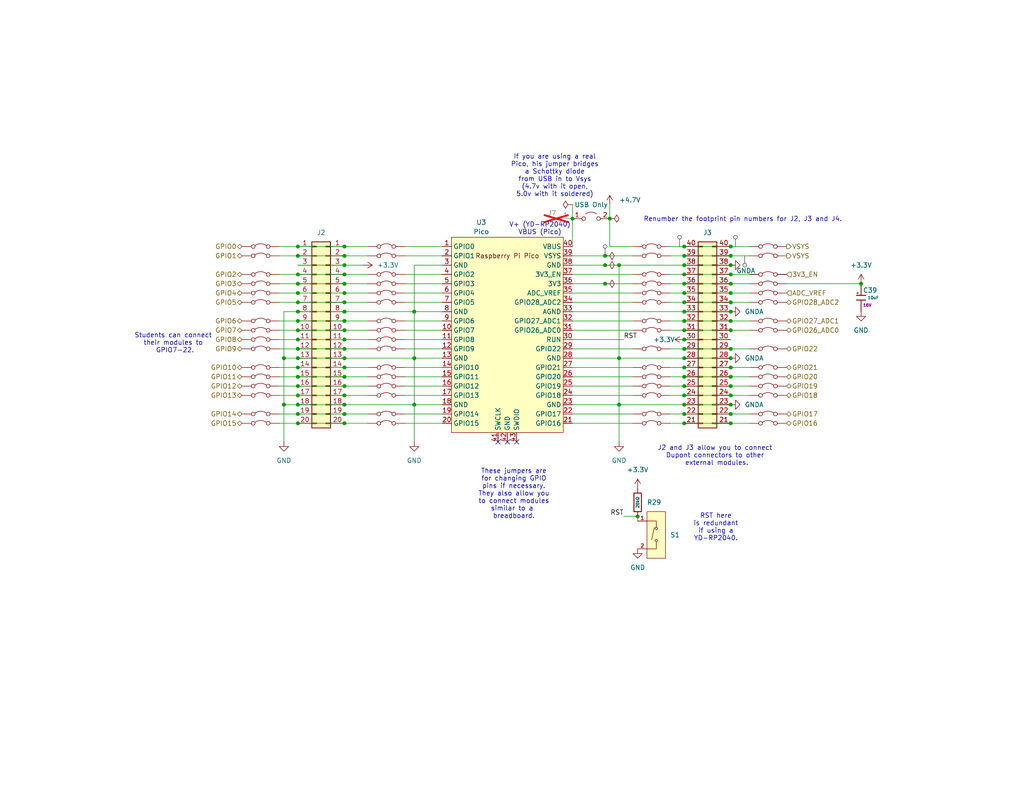
<source format=kicad_sch>
(kicad_sch (version 20250114) (generator "eeschema") (generator_version "9.0")
  (paper "USLetter")
  (text "J2 and J3 allow you to connect \nDupont connectors to other \nexternal modules." (at 195.58 124.46 0) (effects (font (size 1.27 1.27))))
  (text "Students can connect \ntheir modules to \nGPIO7-22." (at 47.752 93.726 0) (effects (font (size 1.27 1.27))))
  (text "RST here\nis redundant\nif using a\nYD-RP2040." (at 195.326 144.018 0) (effects (font (size 1.27 1.27))))
  (text "V+ (YD-RP2040)\nVBUS (Pico)" (at 147.32 62.484 0) (effects (font (size 1.27 1.27))))
  (text "If you are using a real\nPico, his jumper bridges\na Schottky diode\nfrom USB in to Vsys\n(4.7v with it open,\n5.0v with it soldered)" (at 151.384 48.006 0) (effects (font (size 1.27 1.27))))
  (text "These jumpers are\nfor changing GPIO\npins if necessary.\nThey also allow you\nto connect modules\nsimilar to a \nbreadboard." (at 140.208 134.874 0) (effects (font (size 1.27 1.27))))
  (text "Renumber the footprint pin numbers for J2, J3 and J4." (at 202.692 59.944 0) (effects (font (size 1.27 1.27))))
  (junction (at 186.69 110.49))
  (junction (at 186.69 92.71))
  (junction (at 81.28 92.71))
  (junction (at 186.69 105.41))
  (junction (at 93.98 67.31))
  (junction (at 81.28 113.03))
  (junction (at 165.1 69.85))
  (junction (at 81.28 100.33))
  (junction (at 93.98 105.41))
  (junction (at 168.91 72.39))
  (junction (at 93.98 92.71))
  (junction (at 93.98 69.85))
  (junction (at 186.69 97.79))
  (junction (at 165.1 72.39))
  (junction (at 113.03 85.09))
  (junction (at 168.91 110.49))
  (junction (at 186.69 95.25))
  (junction (at 81.28 90.17))
  (junction (at 199.39 74.93))
  (junction (at 199.39 72.39))
  (junction (at 186.69 74.93))
  (junction (at 199.39 107.95))
  (junction (at 81.28 69.85))
  (junction (at 93.98 85.09))
  (junction (at 81.28 67.31))
  (junction (at 199.39 105.41))
  (junction (at 199.39 102.87))
  (junction (at 81.28 77.47))
  (junction (at 93.98 77.47))
  (junction (at 186.69 85.09))
  (junction (at 81.28 102.87))
  (junction (at 186.69 107.95))
  (junction (at 113.03 97.79))
  (junction (at 81.28 74.93))
  (junction (at 93.98 82.55))
  (junction (at 186.69 115.57))
  (junction (at 199.39 82.55))
  (junction (at 199.39 110.49))
  (junction (at 186.69 90.17))
  (junction (at 186.69 87.63))
  (junction (at 93.98 74.93))
  (junction (at 81.28 115.57))
  (junction (at 93.98 100.33))
  (junction (at 93.98 107.95))
  (junction (at 81.28 105.41))
  (junction (at 199.39 113.03))
  (junction (at 165.1 77.47))
  (junction (at 93.98 97.79))
  (junction (at 93.98 72.39))
  (junction (at 156.21 59.69))
  (junction (at 234.95 77.47))
  (junction (at 199.39 90.17))
  (junction (at 199.39 69.85))
  (junction (at 81.28 97.79))
  (junction (at 81.28 107.95))
  (junction (at 199.39 95.25))
  (junction (at 81.28 95.25))
  (junction (at 168.91 97.79))
  (junction (at 93.98 95.25))
  (junction (at 81.28 110.49))
  (junction (at 199.39 77.47))
  (junction (at 186.69 80.01))
  (junction (at 81.28 82.55))
  (junction (at 199.39 115.57))
  (junction (at 199.39 80.01))
  (junction (at 199.39 85.09))
  (junction (at 166.37 59.69))
  (junction (at 77.47 110.49))
  (junction (at 186.69 67.31))
  (junction (at 199.39 67.31))
  (junction (at 93.98 113.03))
  (junction (at 113.03 110.49))
  (junction (at 199.39 97.79))
  (junction (at 186.69 102.87))
  (junction (at 186.69 69.85))
  (junction (at 77.47 97.79))
  (junction (at 81.28 85.09))
  (junction (at 186.69 77.47))
  (junction (at 173.99 140.97))
  (junction (at 186.69 72.39))
  (junction (at 93.98 87.63))
  (junction (at 186.69 100.33))
  (junction (at 186.69 82.55))
  (junction (at 93.98 102.87))
  (junction (at 93.98 115.57))
  (junction (at 199.39 100.33))
  (junction (at 199.39 87.63))
  (junction (at 81.28 80.01))
  (junction (at 93.98 80.01))
  (junction (at 186.69 113.03))
  (junction (at 81.28 87.63))
  (junction (at 93.98 90.17))
  (junction (at 93.98 110.49))
  (no_connect (at 140.97 120.65))
  (no_connect (at 138.43 120.65))
  (no_connect (at 135.89 120.65))
  (wire (pts (xy 110.49 100.33) (xy 120.65 100.33)))
  (wire (pts (xy 186.69 74.93) (xy 199.39 74.93)))
  (wire (pts (xy 186.69 77.47) (xy 199.39 77.47)))
  (wire (pts (xy 76.2 67.31) (xy 81.28 67.31)))
  (wire (pts (xy 156.21 102.87) (xy 172.72 102.87)))
  (wire (pts (xy 76.2 115.57) (xy 81.28 115.57)))
  (wire (pts (xy 156.21 59.69) (xy 156.21 67.31)))
  (wire (pts (xy 76.2 77.47) (xy 81.28 77.47)))
  (wire (pts (xy 199.39 107.95) (xy 204.47 107.95)))
  (wire (pts (xy 76.2 82.55) (xy 81.28 82.55)))
  (wire (pts (xy 168.91 72.39) (xy 168.91 97.79)))
  (wire (pts (xy 81.28 105.41) (xy 93.98 105.41)))
  (wire (pts (xy 199.39 113.03) (xy 204.47 113.03)))
  (wire (pts (xy 186.69 97.79) (xy 199.39 97.79)))
  (wire (pts (xy 186.69 102.87) (xy 199.39 102.87)))
  (wire (pts (xy 199.39 87.63) (xy 204.47 87.63)))
  (wire (pts (xy 93.98 92.71) (xy 100.33 92.71)))
  (wire (pts (xy 81.28 113.03) (xy 93.98 113.03)))
  (wire (pts (xy 166.37 59.69) (xy 166.37 67.31)))
  (wire (pts (xy 182.88 82.55) (xy 186.69 82.55)))
  (wire (pts (xy 186.69 67.31) (xy 199.39 67.31)))
  (wire (pts (xy 110.49 95.25) (xy 120.65 95.25)))
  (wire (pts (xy 110.49 113.03) (xy 120.65 113.03)))
  (wire (pts (xy 77.47 85.09) (xy 81.28 85.09)))
  (wire (pts (xy 156.21 105.41) (xy 172.72 105.41)))
  (wire (pts (xy 100.33 80.01) (xy 93.98 80.01)))
  (wire (pts (xy 186.69 85.09) (xy 199.39 85.09)))
  (wire (pts (xy 110.49 82.55) (xy 120.65 82.55)))
  (wire (pts (xy 77.47 110.49) (xy 77.47 120.65)))
  (wire (pts (xy 93.98 67.31) (xy 100.33 67.31)))
  (wire (pts (xy 182.88 77.47) (xy 186.69 77.47)))
  (wire (pts (xy 93.98 90.17) (xy 100.33 90.17)))
  (wire (pts (xy 199.39 102.87) (xy 204.47 102.87)))
  (wire (pts (xy 76.2 87.63) (xy 81.28 87.63)))
  (wire (pts (xy 186.69 95.25) (xy 199.39 95.25)))
  (wire (pts (xy 76.2 107.95) (xy 81.28 107.95)))
  (wire (pts (xy 93.98 77.47) (xy 100.33 77.47)))
  (wire (pts (xy 168.91 72.39) (xy 186.69 72.39)))
  (wire (pts (xy 113.03 110.49) (xy 120.65 110.49)))
  (wire (pts (xy 165.1 77.47) (xy 172.72 77.47)))
  (wire (pts (xy 93.98 115.57) (xy 100.33 115.57)))
  (wire (pts (xy 93.98 100.33) (xy 100.33 100.33)))
  (wire (pts (xy 156.21 100.33) (xy 172.72 100.33)))
  (wire (pts (xy 199.39 100.33) (xy 204.47 100.33)))
  (wire (pts (xy 199.39 67.31) (xy 204.47 67.31)))
  (wire (pts (xy 100.33 82.55) (xy 93.98 82.55)))
  (wire (pts (xy 93.98 87.63) (xy 100.33 87.63)))
  (wire (pts (xy 81.28 87.63) (xy 93.98 87.63)))
  (wire (pts (xy 93.98 113.03) (xy 100.33 113.03)))
  (wire (pts (xy 199.39 105.41) (xy 204.47 105.41)))
  (wire (pts (xy 76.2 74.93) (xy 81.28 74.93)))
  (wire (pts (xy 199.39 95.25) (xy 204.47 95.25)))
  (wire (pts (xy 170.18 140.97) (xy 173.99 140.97)))
  (wire (pts (xy 182.88 115.57) (xy 186.69 115.57)))
  (wire (pts (xy 76.2 105.41) (xy 81.28 105.41)))
  (wire (pts (xy 199.39 92.71) (xy 186.69 92.71)))
  (wire (pts (xy 156.21 97.79) (xy 168.91 97.79)))
  (wire (pts (xy 186.69 72.39) (xy 199.39 72.39)))
  (wire (pts (xy 182.88 90.17) (xy 186.69 90.17)))
  (wire (pts (xy 77.47 85.09) (xy 77.47 97.79)))
  (wire (pts (xy 77.47 97.79) (xy 81.28 97.79)))
  (wire (pts (xy 186.69 100.33) (xy 199.39 100.33)))
  (wire (pts (xy 199.39 82.55) (xy 204.47 82.55)))
  (wire (pts (xy 156.21 80.01) (xy 172.72 80.01)))
  (wire (pts (xy 76.2 69.85) (xy 81.28 69.85)))
  (wire (pts (xy 110.49 90.17) (xy 120.65 90.17)))
  (wire (pts (xy 156.21 69.85) (xy 165.1 69.85)))
  (wire (pts (xy 81.28 102.87) (xy 93.98 102.87)))
  (wire (pts (xy 76.2 90.17) (xy 81.28 90.17)))
  (wire (pts (xy 182.88 67.31) (xy 186.69 67.31)))
  (wire (pts (xy 156.21 74.93) (xy 172.72 74.93)))
  (wire (pts (xy 165.1 69.85) (xy 172.72 69.85)))
  (wire (pts (xy 81.28 77.47) (xy 93.98 77.47)))
  (wire (pts (xy 81.28 82.55) (xy 93.98 82.55)))
  (wire (pts (xy 93.98 95.25) (xy 100.33 95.25)))
  (wire (pts (xy 156.21 87.63) (xy 172.72 87.63)))
  (wire (pts (xy 186.69 69.85) (xy 199.39 69.85)))
  (wire (pts (xy 156.21 92.71) (xy 170.18 92.71)))
  (wire (pts (xy 93.98 102.87) (xy 100.33 102.87)))
  (wire (pts (xy 168.91 97.79) (xy 186.69 97.79)))
  (wire (pts (xy 76.2 80.01) (xy 81.28 80.01)))
  (wire (pts (xy 81.28 67.31) (xy 93.98 67.31)))
  (wire (pts (xy 172.72 67.31) (xy 166.37 67.31)))
  (wire (pts (xy 93.98 69.85) (xy 100.33 69.85)))
  (wire (pts (xy 186.69 80.01) (xy 199.39 80.01)))
  (wire (pts (xy 110.49 115.57) (xy 120.65 115.57)))
  (wire (pts (xy 156.21 85.09) (xy 186.69 85.09)))
  (wire (pts (xy 81.28 110.49) (xy 93.98 110.49)))
  (wire (pts (xy 156.21 90.17) (xy 172.72 90.17)))
  (wire (pts (xy 186.69 82.55) (xy 199.39 82.55)))
  (wire (pts (xy 186.69 105.41) (xy 199.39 105.41)))
  (wire (pts (xy 199.39 80.01) (xy 204.47 80.01)))
  (wire (pts (xy 110.49 107.95) (xy 120.65 107.95)))
  (wire (pts (xy 77.47 110.49) (xy 81.28 110.49)))
  (wire (pts (xy 81.28 92.71) (xy 93.98 92.71)))
  (wire (pts (xy 156.21 82.55) (xy 172.72 82.55)))
  (wire (pts (xy 81.28 80.01) (xy 93.98 80.01)))
  (wire (pts (xy 113.03 97.79) (xy 113.03 110.49)))
  (wire (pts (xy 76.2 100.33) (xy 81.28 100.33)))
  (wire (pts (xy 156.21 107.95) (xy 172.72 107.95)))
  (wire (pts (xy 93.98 110.49) (xy 113.03 110.49)))
  (wire (pts (xy 93.98 105.41) (xy 100.33 105.41)))
  (wire (pts (xy 199.39 74.93) (xy 204.47 74.93)))
  (wire (pts (xy 156.21 115.57) (xy 172.72 115.57)))
  (wire (pts (xy 93.98 74.93) (xy 100.33 74.93)))
  (wire (pts (xy 93.98 72.39) (xy 99.06 72.39)))
  (wire (pts (xy 186.69 107.95) (xy 199.39 107.95)))
  (wire (pts (xy 81.28 95.25) (xy 93.98 95.25)))
  (wire (pts (xy 113.03 85.09) (xy 113.03 97.79)))
  (wire (pts (xy 186.69 115.57) (xy 199.39 115.57)))
  (wire (pts (xy 173.99 140.97) (xy 173.99 142.24)))
  (wire (pts (xy 113.03 85.09) (xy 120.65 85.09)))
  (wire (pts (xy 156.21 110.49) (xy 168.91 110.49)))
  (wire (pts (xy 199.39 69.85) (xy 204.47 69.85)))
  (wire (pts (xy 77.47 97.79) (xy 77.47 110.49)))
  (wire (pts (xy 110.49 102.87) (xy 120.65 102.87)))
  (wire (pts (xy 182.88 69.85) (xy 186.69 69.85)))
  (wire (pts (xy 234.95 77.47) (xy 214.63 77.47)))
  (wire (pts (xy 199.39 115.57) (xy 204.47 115.57)))
  (wire (pts (xy 182.88 100.33) (xy 186.69 100.33)))
  (wire (pts (xy 110.49 69.85) (xy 120.65 69.85)))
  (wire (pts (xy 93.98 107.95) (xy 100.33 107.95)))
  (wire (pts (xy 186.69 90.17) (xy 199.39 90.17)))
  (wire (pts (xy 168.91 97.79) (xy 168.91 110.49)))
  (wire (pts (xy 81.28 97.79) (xy 93.98 97.79)))
  (wire (pts (xy 186.69 110.49) (xy 199.39 110.49)))
  (wire (pts (xy 182.88 80.01) (xy 186.69 80.01)))
  (wire (pts (xy 113.03 72.39) (xy 120.65 72.39)))
  (wire (pts (xy 182.88 113.03) (xy 186.69 113.03)))
  (wire (pts (xy 182.88 74.93) (xy 186.69 74.93)))
  (wire (pts (xy 81.28 90.17) (xy 93.98 90.17)))
  (wire (pts (xy 168.91 110.49) (xy 168.91 120.65)))
  (wire (pts (xy 156.21 55.88) (xy 156.21 59.69)))
  (wire (pts (xy 76.2 92.71) (xy 81.28 92.71)))
  (wire (pts (xy 110.49 105.41) (xy 120.65 105.41)))
  (wire (pts (xy 76.2 102.87) (xy 81.28 102.87)))
  (wire (pts (xy 93.98 85.09) (xy 113.03 85.09)))
  (wire (pts (xy 81.28 72.39) (xy 93.98 72.39)))
  (wire (pts (xy 110.49 92.71) (xy 120.65 92.71)))
  (wire (pts (xy 182.88 102.87) (xy 186.69 102.87)))
  (wire (pts (xy 113.03 97.79) (xy 120.65 97.79)))
  (wire (pts (xy 81.28 74.93) (xy 93.98 74.93)))
  (wire (pts (xy 186.69 87.63) (xy 199.39 87.63)))
  (wire (pts (xy 110.49 80.01) (xy 120.65 80.01)))
  (wire (pts (xy 182.88 105.41) (xy 186.69 105.41)))
  (wire (pts (xy 110.49 87.63) (xy 120.65 87.63)))
  (wire (pts (xy 81.28 85.09) (xy 93.98 85.09)))
  (wire (pts (xy 156.21 95.25) (xy 172.72 95.25)))
  (wire (pts (xy 93.98 97.79) (xy 113.03 97.79)))
  (wire (pts (xy 110.49 77.47) (xy 120.65 77.47)))
  (wire (pts (xy 76.2 113.03) (xy 81.28 113.03)))
  (wire (pts (xy 168.91 110.49) (xy 186.69 110.49)))
  (wire (pts (xy 113.03 110.49) (xy 113.03 120.65)))
  (wire (pts (xy 81.28 100.33) (xy 93.98 100.33)))
  (wire (pts (xy 199.39 90.17) (xy 204.47 90.17)))
  (wire (pts (xy 166.37 55.88) (xy 166.37 59.69)))
  (wire (pts (xy 81.28 107.95) (xy 93.98 107.95)))
  (wire (pts (xy 81.28 69.85) (xy 93.98 69.85)))
  (wire (pts (xy 113.03 72.39) (xy 113.03 85.09)))
  (wire (pts (xy 156.21 72.39) (xy 165.1 72.39)))
  (wire (pts (xy 182.88 87.63) (xy 186.69 87.63)))
  (wire (pts (xy 186.69 113.03) (xy 199.39 113.03)))
  (wire (pts (xy 110.49 74.93) (xy 120.65 74.93)))
  (wire (pts (xy 76.2 95.25) (xy 81.28 95.25)))
  (wire (pts (xy 156.21 77.47) (xy 165.1 77.47)))
  (wire (pts (xy 81.28 115.57) (xy 93.98 115.57)))
  (wire (pts (xy 110.49 67.31) (xy 120.65 67.31)))
  (wire (pts (xy 199.39 77.47) (xy 204.47 77.47)))
  (wire (pts (xy 156.21 113.03) (xy 172.72 113.03)))
  (wire (pts (xy 182.88 107.95) (xy 186.69 107.95)))
  (wire (pts (xy 182.88 95.25) (xy 186.69 95.25)))
  (wire (pts (xy 165.1 72.39) (xy 168.91 72.39)))
  (label "RST" (at 170.18 92.71 0))
  (label "RST" (at 170.18 140.97 180))
  (hierarchical_label "GPIO21" (shape bidirectional) (at 214.63 100.33 0))
  (hierarchical_label "GPIO4" (shape bidirectional) (at 66.04 80.01 180))
  (hierarchical_label "GPIO18" (shape bidirectional) (at 214.63 107.95 0))
  (hierarchical_label "GPIO22" (shape bidirectional) (at 214.63 95.25 0))
  (hierarchical_label "GPIO28_ADC2" (shape bidirectional) (at 214.63 82.55 0))
  (hierarchical_label "VSYS" (shape output) (at 214.63 69.85 0))
  (hierarchical_label "GPIO1" (shape bidirectional) (at 66.04 69.85 180))
  (hierarchical_label "GPIO6" (shape bidirectional) (at 66.04 87.63 180))
  (hierarchical_label "GPIO12" (shape bidirectional) (at 66.04 105.41 180))
  (hierarchical_label "GPIO10" (shape bidirectional) (at 66.04 100.33 180))
  (hierarchical_label "GPIO17" (shape bidirectional) (at 214.63 113.03 0))
  (hierarchical_label "GPIO11" (shape bidirectional) (at 66.04 102.87 180))
  (hierarchical_label "GPIO16" (shape bidirectional) (at 214.63 115.57 0))
  (hierarchical_label "GPIO8" (shape bidirectional) (at 66.04 92.71 180))
  (hierarchical_label "GPIO20" (shape bidirectional) (at 214.63 102.87 0))
  (hierarchical_label "GPIO9" (shape bidirectional) (at 66.04 95.25 180))
  (hierarchical_label "VSYS" (shape output) (at 214.63 67.31 0))
  (hierarchical_label "GPIO15" (shape bidirectional) (at 66.04 115.57 180))
  (hierarchical_label "GPIO2" (shape bidirectional) (at 66.04 74.93 180))
  (hierarchical_label "GPIO13" (shape bidirectional) (at 66.04 107.95 180))
  (hierarchical_label "ADC_VREF" (shape input) (at 214.63 80.01 0))
  (hierarchical_label "GPIO27_ADC1" (shape bidirectional) (at 214.63 87.63 0))
  (hierarchical_label "GPIO3" (shape bidirectional) (at 66.04 77.47 180))
  (hierarchical_label "GPIO7" (shape bidirectional) (at 66.04 90.17 180))
  (hierarchical_label "GPIO19" (shape bidirectional) (at 214.63 105.41 0))
  (hierarchical_label "GPIO14" (shape bidirectional) (at 66.04 113.03 180))
  (hierarchical_label "GPIO5" (shape bidirectional) (at 66.04 82.55 180))
  (hierarchical_label "GPIO0" (shape bidirectional) (at 66.04 67.31 180))
  (hierarchical_label "3V3_EN" (shape input) (at 214.63 74.93 0))
  (hierarchical_label "GPIO26_ADC0" (shape bidirectional) (at 214.63 90.17 0))
  (netclass_flag "" (length 2.54) (shape round) (at 185.42 67.31 0) (property "Netclass" "5V" (effects (hide yes))))
  (netclass_flag "" (length 2.54) (shape round) (at 165.1 69.85 0) (property "Netclass" "5V" (effects (hide yes))))
  (netclass_flag "" (length 2.54) (shape round) (at 200.66 67.31 0) (property "Netclass" "5V" (effects (hide yes))))
  (netclass_flag "" (length 2.54) (shape round) (at 203.2 69.85 180) (property "Netclass" "5V" (effects (hide yes))))
  (symbol (lib_id "PCM_JLCPCB-Connectors_Buttons:Tactile Button, 160gf, 12V, 50mA, 4.0mm") (at 179.07 144.78 0) (unit 1)
    (property "Reference" "S1" (at 182.88 146.0499 0) (effects (justify left)))
    (property "Value" "Tactile Button, 160gf" (effects (hide yes)))
    (property "Footprint" "PCM_JLCPCB:SW_TS-1088-AR02016" (effects (hide yes)))
    (property "Datasheet" "https://www.lcsc.com/datasheet/lcsc_datasheet_2304140030_XUNPU-TS-1088-AR02016_C720477.pdf" (effects (hide yes)))
    (property "Description" "Without 50mA 4mm 100MΩ 100000 Times 12V 160gf 3mm 2mm Round Button Standing paste SPST SMD Tactile Switches ROHS" (effects (hide yes)))
    (property "LCSC" "C720477" (effects (hide yes)))
    (property "Stock" "346801" (effects (hide yes)))
    (property "Price" "0.044USD" (effects (hide yes)))
    (property "Process" "SMT" (effects (hide yes)))
    (property "Minimum Qty" "5" (effects (hide yes)))
    (property "Attrition Qty" "4" (effects (hide yes)))
    (property "Class" "Basic Component" (effects (hide yes)))
    (property "Category" "Switches,Tactile Switches" (effects (hide yes)))
    (property "Manufacturer" "XUNPU" (effects (hide yes)))
    (property "Part" "TS-1088-AR02016" (effects (hide yes)))
    (property "Switch Length" "4mm" (effects (hide yes)))
    (property "Voltage Rating (Dc)" "12V" (effects (hide yes)))
    (property "With Lamp" "No" (effects (hide yes)))
    (property "Operating Force" "160gf@±50gf" (effects (hide yes)))
    (property "Actuator/Cap Color" "Black" (effects (hide yes)))
    (property "Mechanical Life" "100000 Times" (effects (hide yes)))
    (property "Strike Gundam" "NO" (effects (hide yes)))
    (property "Circuit" "SPST" (effects (hide yes)))
    (property "Switch Height" "2mm" (effects (hide yes)))
    (property "Actuator Style" "Round Button" (effects (hide yes)))
    (property "Switch Width" "3mm" (effects (hide yes)))
    (property "Contact Current" "50mA" (effects (hide yes)))
    (property "Operating Temperature" "-30°C~+80°C" (effects (hide yes)))
    (property "Mounting Style" "Brick nogging" (effects (hide yes)))
    (property "Insulation Resistance" "100MΩ" (effects (hide yes)))
    (property "Pin Style" "SMDSplicing" (effects (hide yes)))
  )
  (symbol (lib_id "Jumper:Jumper_2_Bridged") (at 209.55 80.01 0) (mirror y) (unit 1) (exclude_from_sim yes)
    (property "Reference" "JP24" (effects (hide yes)))
    (property "Value" "Jumper_2_Bridged" (effects (hide yes)))
    (property "Footprint" "Jumper:SolderJumper-2_P1.3mm_Bridged2Bar_RoundedPad1.0x1.5mm" (effects (hide yes)))
    (property "Description" "Jumper, 2-pole, closed/bridged" (effects (hide yes)))
  )
  (symbol (lib_id "Jumper:Jumper_2_Bridged") (at 105.41 67.31 0) (mirror y) (unit 1) (exclude_from_sim yes)
    (property "Reference" "JP51" (effects (hide yes)))
    (property "Value" "Jumper_2_Bridged" (effects (hide yes)))
    (property "Footprint" "Jumper:SolderJumper-2_P1.3mm_Bridged2Bar_RoundedPad1.0x1.5mm" (effects (hide yes)))
    (property "Description" "Jumper, 2-pole, closed/bridged" (effects (hide yes)))
  )
  (symbol (lib_id "power:GNDA") (at 199.39 85.09 90) (mirror x) (unit 1)
    (property "Reference" "#PWR026" (effects (hide yes)))
    (property "Value" "GNDA" (at 203.2 85.0899 90) (effects (justify right)))
  )
  (symbol (lib_id "Jumper:Jumper_2_Bridged") (at 105.41 77.47 0) (mirror y) (unit 1) (exclude_from_sim yes)
    (property "Reference" "JP54" (effects (hide yes)))
    (property "Value" "Jumper_2_Bridged" (effects (hide yes)))
    (property "Footprint" "Jumper:SolderJumper-2_P1.3mm_Bridged2Bar_RoundedPad1.0x1.5mm" (effects (hide yes)))
    (property "Description" "Jumper, 2-pole, closed/bridged" (effects (hide yes)))
  )
  (symbol (lib_id "Jumper:Jumper_2_Bridged") (at 105.41 105.41 0) (mirror y) (unit 1) (exclude_from_sim yes)
    (property "Reference" "JP63" (effects (hide yes)))
    (property "Value" "Jumper_2_Bridged" (effects (hide yes)))
    (property "Footprint" "Jumper:SolderJumper-2_P1.3mm_Bridged2Bar_RoundedPad1.0x1.5mm" (effects (hide yes)))
    (property "Description" "Jumper, 2-pole, closed/bridged" (effects (hide yes)))
  )
  (symbol (lib_id "Jumper:Jumper_2_Bridged") (at 209.55 115.57 0) (mirror y) (unit 1) (exclude_from_sim yes)
    (property "Reference" "JP34" (effects (hide yes)))
    (property "Value" "Jumper_2_Bridged" (effects (hide yes)))
    (property "Footprint" "Jumper:SolderJumper-2_P1.3mm_Bridged2Bar_RoundedPad1.0x1.5mm" (effects (hide yes)))
    (property "Description" "Jumper, 2-pole, closed/bridged" (effects (hide yes)))
  )
  (symbol (lib_name "+3.3V_1") (lib_id "power:+3.3V") (at 173.99 133.35 0) (mirror y) (unit 1)
    (property "Reference" "#PWR076" (effects (hide yes)))
    (property "Value" "+3.3V" (at 173.99 128.27 0))
    (property "Description" "Power symbol creates a global label with name \"+3.3V\"" (effects (hide yes)))
  )
  (symbol (lib_id "power:+5V") (at 166.37 55.88 0) (unit 1)
    (property "Reference" "#PWR029" (effects (hide yes)))
    (property "Value" "+4.7V" (at 168.91 54.6099 0) (effects (justify left)))
  )
  (symbol (lib_id "Jumper:Jumper_2_Bridged") (at 71.12 95.25 0) (mirror y) (unit 1) (exclude_from_sim yes)
    (property "Reference" "JP77" (effects (hide yes)))
    (property "Value" "Jumper_2_Bridged" (effects (hide yes)))
    (property "Footprint" "Jumper:SolderJumper-2_P1.3mm_Bridged2Bar_RoundedPad1.0x1.5mm" (effects (hide yes)))
    (property "Description" "Jumper, 2-pole, closed/bridged" (effects (hide yes)))
  )
  (symbol (lib_id "Jumper:Jumper_2_Bridged") (at 71.12 102.87 0) (mirror y) (unit 1) (exclude_from_sim yes)
    (property "Reference" "JP79" (effects (hide yes)))
    (property "Value" "Jumper_2_Bridged" (effects (hide yes)))
    (property "Footprint" "Jumper:SolderJumper-2_P1.3mm_Bridged2Bar_RoundedPad1.0x1.5mm" (effects (hide yes)))
    (property "Description" "Jumper, 2-pole, closed/bridged" (effects (hide yes)))
  )
  (symbol (lib_id "Jumper:Jumper_2_Bridged") (at 177.8 115.57 0) (mirror y) (unit 1) (exclude_from_sim yes)
    (property "Reference" "JP49" (effects (hide yes)))
    (property "Value" "Jumper_2_Bridged" (effects (hide yes)))
    (property "Footprint" "Jumper:SolderJumper-2_P1.3mm_Bridged2Bar_RoundedPad1.0x1.5mm" (effects (hide yes)))
    (property "Description" "Jumper, 2-pole, closed/bridged" (effects (hide yes)))
  )
  (symbol (lib_id "Jumper:Jumper_2_Bridged") (at 105.41 113.03 0) (mirror y) (unit 1) (exclude_from_sim yes)
    (property "Reference" "JP65" (effects (hide yes)))
    (property "Value" "Jumper_2_Bridged" (effects (hide yes)))
    (property "Footprint" "Jumper:SolderJumper-2_P1.3mm_Bridged2Bar_RoundedPad1.0x1.5mm" (effects (hide yes)))
    (property "Description" "Jumper, 2-pole, closed/bridged" (effects (hide yes)))
  )
  (symbol (lib_id "power:GNDA") (at 199.39 97.79 90) (mirror x) (unit 1)
    (property "Reference" "#PWR0120" (effects (hide yes)))
    (property "Value" "GNDA" (at 203.2 97.7899 90) (effects (justify right)))
  )
  (symbol (lib_id "power:PWR_FLAG") (at 165.1 72.39 270) (mirror x) (unit 1)
    (property "Reference" "#FLG09" (effects (hide yes)))
    (property "Value" "PWR_FLAG" (effects (hide yes)))
  )
  (symbol (lib_id "Jumper:Jumper_2_Bridged") (at 177.8 90.17 0) (mirror y) (unit 1) (exclude_from_sim yes)
    (property "Reference" "JP42" (effects (hide yes)))
    (property "Value" "Jumper_2_Bridged" (effects (hide yes)))
    (property "Footprint" "Jumper:SolderJumper-2_P1.3mm_Bridged2Bar_RoundedPad1.0x1.5mm" (effects (hide yes)))
    (property "Description" "Jumper, 2-pole, closed/bridged" (effects (hide yes)))
  )
  (symbol (lib_id "Jumper:Jumper_2_Bridged") (at 209.55 95.25 0) (mirror y) (unit 1) (exclude_from_sim yes)
    (property "Reference" "JP28" (effects (hide yes)))
    (property "Value" "Jumper_2_Bridged" (effects (hide yes)))
    (property "Footprint" "Jumper:SolderJumper-2_P1.3mm_Bridged2Bar_RoundedPad1.0x1.5mm" (effects (hide yes)))
    (property "Description" "Jumper, 2-pole, closed/bridged" (effects (hide yes)))
  )
  (symbol (lib_id "MCU_RaspberryPi_and_Boards:Pico") (at 138.43 91.44 0) (unit 1)
    (property "Reference" "U3" (at 131.318 60.706 0))
    (property "Value" "Pico" (at 131.318 63.246 0))
    (property "Footprint" "MCU_RaspberryPi_and_Boards:RPi_Pico_SMD_TH" (effects (hide yes)))
    (property "Datasheet" "https://github.com/initdc/YD-RP2040/blob/master/YD-2040-2022-V1.1-SCH.pdf" (effects (hide yes)))
  )
  (symbol (lib_id "Jumper:Jumper_2_Open") (at 161.29 59.69 0) (unit 1)
    (property "Reference" "JP50" (effects (hide yes)))
    (property "Value" "USB Only" (at 161.29 55.88 0))
    (property "Footprint" "Jumper:SolderJumper-2_P1.3mm_Open_RoundedPad1.0x1.5mm" (effects (hide yes)))
  )
  (symbol (lib_id "power:+3.3V") (at 99.06 72.39 270) (mirror x) (unit 1)
    (property "Reference" "#PWR032" (effects (hide yes)))
    (property "Value" "+3.3V" (at 102.87 72.3899 90) (effects (justify left)))
  )
  (symbol (lib_id "Jumper:Jumper_2_Bridged") (at 105.41 90.17 0) (mirror y) (unit 1) (exclude_from_sim yes)
    (property "Reference" "JP58" (effects (hide yes)))
    (property "Value" "Jumper_2_Bridged" (effects (hide yes)))
    (property "Footprint" "Jumper:SolderJumper-2_P1.3mm_Bridged2Bar_RoundedPad1.0x1.5mm" (effects (hide yes)))
    (property "Description" "Jumper, 2-pole, closed/bridged" (effects (hide yes)))
  )
  (symbol (lib_id "Jumper:Jumper_2_Bridged") (at 177.8 100.33 0) (mirror y) (unit 1) (exclude_from_sim yes)
    (property "Reference" "JP44" (effects (hide yes)))
    (property "Value" "Jumper_2_Bridged" (effects (hide yes)))
    (property "Footprint" "Jumper:SolderJumper-2_P1.3mm_Bridged2Bar_RoundedPad1.0x1.5mm" (effects (hide yes)))
    (property "Description" "Jumper, 2-pole, closed/bridged" (effects (hide yes)))
  )
  (symbol (lib_id "power:PWR_FLAG") (at 166.37 59.69 270) (mirror x) (unit 1)
    (property "Reference" "#FLG07" (effects (hide yes)))
    (property "Value" "PWR_FLAG" (effects (hide yes)))
  )
  (symbol (lib_id "power:PWR_FLAG") (at 156.21 55.88 90) (mirror x) (unit 1)
    (property "Reference" "#FLG01" (effects (hide yes)))
    (property "Value" "PWR_FLAG" (effects (hide yes)))
  )
  (symbol (lib_id "power:GND") (at 77.47 120.65 0) (mirror y) (unit 1)
    (property "Reference" "#PWR054" (effects (hide yes)))
    (property "Value" "GND" (at 77.47 125.73 0))
    (property "Description" "Power symbol creates a global label with name \"GND\" , ground" (effects (hide yes)))
  )
  (symbol (lib_id "Jumper:Jumper_2_Bridged") (at 177.8 107.95 0) (mirror y) (unit 1) (exclude_from_sim yes)
    (property "Reference" "JP47" (effects (hide yes)))
    (property "Value" "Jumper_2_Bridged" (effects (hide yes)))
    (property "Footprint" "Jumper:SolderJumper-2_P1.3mm_Bridged2Bar_RoundedPad1.0x1.5mm" (effects (hide yes)))
    (property "Description" "Jumper, 2-pole, closed/bridged" (effects (hide yes)))
  )
  (symbol (lib_id "Jumper:Jumper_2_Bridged") (at 177.8 77.47 0) (mirror y) (unit 1) (exclude_from_sim yes)
    (property "Reference" "JP38" (effects (hide yes)))
    (property "Value" "Jumper_2_Bridged" (effects (hide yes)))
    (property "Footprint" "Jumper:SolderJumper-2_P1.3mm_Bridged2Bar_RoundedPad1.0x1.5mm" (effects (hide yes)))
    (property "Description" "Jumper, 2-pole, closed/bridged" (effects (hide yes)))
  )
  (symbol (lib_name "+3.3V_1") (lib_id "power:+3.3V") (at 234.95 77.47 0) (mirror y) (unit 1)
    (property "Reference" "#PWR025" (effects (hide yes)))
    (property "Value" "+3.3V" (at 234.95 72.39 0))
    (property "Description" "Power symbol creates a global label with name \"+3.3V\"" (effects (hide yes)))
  )
  (symbol (lib_id "Jumper:Jumper_2_Bridged") (at 177.8 69.85 0) (mirror y) (unit 1) (exclude_from_sim yes)
    (property "Reference" "JP36" (effects (hide yes)))
    (property "Value" "Jumper_2_Bridged" (effects (hide yes)))
    (property "Footprint" "Jumper:SolderJumper-2_P1.3mm_Bridged2Bar_RoundedPad1.0x1.5mm" (effects (hide yes)))
    (property "Description" "Jumper, 2-pole, closed/bridged" (effects (hide yes)))
  )
  (symbol (lib_id "Jumper:Jumper_2_Bridged") (at 209.55 113.03 0) (mirror y) (unit 1) (exclude_from_sim yes)
    (property "Reference" "JP33" (effects (hide yes)))
    (property "Value" "Jumper_2_Bridged" (effects (hide yes)))
    (property "Footprint" "Jumper:SolderJumper-2_P1.3mm_Bridged2Bar_RoundedPad1.0x1.5mm" (effects (hide yes)))
    (property "Description" "Jumper, 2-pole, closed/bridged" (effects (hide yes)))
  )
  (symbol (lib_id "Jumper:Jumper_2_Bridged") (at 71.12 87.63 0) (mirror y) (unit 1) (exclude_from_sim yes)
    (property "Reference" "JP74" (effects (hide yes)))
    (property "Value" "Jumper_2_Bridged" (effects (hide yes)))
    (property "Footprint" "Jumper:SolderJumper-2_P1.3mm_Bridged2Bar_RoundedPad1.0x1.5mm" (effects (hide yes)))
    (property "Description" "Jumper, 2-pole, closed/bridged" (effects (hide yes)))
  )
  (symbol (lib_id "Jumper:Jumper_2_Bridged") (at 71.12 115.57 0) (mirror y) (unit 1) (exclude_from_sim yes)
    (property "Reference" "JP83" (effects (hide yes)))
    (property "Value" "Jumper_2_Bridged" (effects (hide yes)))
    (property "Footprint" "Jumper:SolderJumper-2_P1.3mm_Bridged2Bar_RoundedPad1.0x1.5mm" (effects (hide yes)))
    (property "Description" "Jumper, 2-pole, closed/bridged" (effects (hide yes)))
  )
  (symbol (lib_id "power:GNDA") (at 199.39 72.39 90) (mirror x) (unit 1)
    (property "Reference" "#PWR0122" (effects (hide yes)))
    (property "Value" "GNDA" (at 200.914 73.914 90) (effects (justify right)))
  )
  (symbol (lib_id "power:GNDA") (at 199.39 110.49 90) (mirror x) (unit 1)
    (property "Reference" "#PWR0121" (effects (hide yes)))
    (property "Value" "GNDA" (at 203.2 110.4899 90) (effects (justify right)))
  )
  (symbol (lib_id "Jumper:Jumper_2_Bridged") (at 71.12 80.01 0) (mirror y) (unit 1) (exclude_from_sim yes)
    (property "Reference" "JP72" (effects (hide yes)))
    (property "Value" "Jumper_2_Bridged" (effects (hide yes)))
    (property "Footprint" "Jumper:SolderJumper-2_P1.3mm_Bridged2Bar_RoundedPad1.0x1.5mm" (effects (hide yes)))
    (property "Description" "Jumper, 2-pole, closed/bridged" (effects (hide yes)))
  )
  (symbol (lib_id "power:GND") (at 113.03 120.65 0) (mirror y) (unit 1)
    (property "Reference" "#PWR031" (effects (hide yes)))
    (property "Value" "GND" (at 113.03 125.73 0))
    (property "Description" "Power symbol creates a global label with name \"GND\" , ground" (effects (hide yes)))
  )
  (symbol (lib_id "Jumper:Jumper_2_Bridged") (at 209.55 87.63 0) (mirror y) (unit 1) (exclude_from_sim yes)
    (property "Reference" "JP26" (effects (hide yes)))
    (property "Value" "Jumper_2_Bridged" (effects (hide yes)))
    (property "Footprint" "Jumper:SolderJumper-2_P1.3mm_Bridged2Bar_RoundedPad1.0x1.5mm" (effects (hide yes)))
    (property "Description" "Jumper, 2-pole, closed/bridged" (effects (hide yes)))
  )
  (symbol (lib_id "Jumper:Jumper_2_Bridged") (at 71.12 74.93 0) (mirror y) (unit 1) (exclude_from_sim yes)
    (property "Reference" "JP70" (effects (hide yes)))
    (property "Value" "Jumper_2_Bridged" (effects (hide yes)))
    (property "Footprint" "Jumper:SolderJumper-2_P1.3mm_Bridged2Bar_RoundedPad1.0x1.5mm" (effects (hide yes)))
    (property "Description" "Jumper, 2-pole, closed/bridged" (effects (hide yes)))
  )
  (symbol (lib_id "Jumper:Jumper_2_Bridged") (at 105.41 115.57 0) (mirror y) (unit 1) (exclude_from_sim yes)
    (property "Reference" "JP66" (effects (hide yes)))
    (property "Value" "Jumper_2_Bridged" (effects (hide yes)))
    (property "Footprint" "Jumper:SolderJumper-2_P1.3mm_Bridged2Bar_RoundedPad1.0x1.5mm" (effects (hide yes)))
    (property "Description" "Jumper, 2-pole, closed/bridged" (effects (hide yes)))
  )
  (symbol (lib_id "Jumper:Jumper_2_Bridged") (at 209.55 74.93 0) (mirror y) (unit 1) (exclude_from_sim yes)
    (property "Reference" "JP22" (effects (hide yes)))
    (property "Value" "Jumper_2_Bridged" (effects (hide yes)))
    (property "Footprint" "Jumper:SolderJumper-2_P1.3mm_Bridged2Bar_RoundedPad1.0x1.5mm" (effects (hide yes)))
    (property "Description" "Jumper, 2-pole, closed/bridged" (effects (hide yes)))
  )
  (symbol (lib_id "Connector:Conn_01x01_Pin") (at 151.13 59.69 0) (unit 1) (dnp yes)
    (property "Reference" "J7" (at 150.622 58.166 0))
    (property "Value" "Conn_01x01_Pin" (effects (hide yes)))
    (property "Footprint" "Connector_PinHeader_2.54mm:PinHeader_1x01_P2.54mm_Vertical" (effects (hide yes)))
    (property "Description" "Generic connector, single row, 01x01, script generated" (effects (hide yes)))
  )
  (symbol (lib_id "PCM_JLCPCB-Capacitors:CASE-A-3216-18(mm),10uF") (at 234.95 81.28 0) (unit 1)
    (property "Reference" "C39" (at 235.458 79.248 0) (effects (justify left)))
    (property "Value" "10uF" (at 236.728 81.28 0) (effects (font (size 0.8 0.8)) (justify left)))
    (property "Footprint" "PCM_JLCPCB:C_CASE-A-3216-18(mm)" (effects (hide yes)))
    (property "Datasheet" "https://www.lcsc.com/datasheet/lcsc_datasheet_2304140030_Kyocera-AVX-TAJA106K016RNJ_C7171.pdf" (effects (hide yes)))
    (property "Description" "10uF 16V 3Ω@100kHz ±10% CASE-A-3216-18(mm) Tantalum Capacitors ROHS" (effects (hide yes)))
    (property "LCSC" "C7171" (effects (hide yes)))
    (property "Stock" "887054" (effects (hide yes)))
    (property "Price" "0.133USD" (effects (hide yes)))
    (property "Process" "SMT" (effects (hide yes)))
    (property "Minimum Qty" "5" (effects (hide yes)))
    (property "Attrition Qty" "2" (effects (hide yes)))
    (property "Class" "Basic Component" (effects (hide yes)))
    (property "Category" "Capacitors,Tantalum Capacitors" (effects (hide yes)))
    (property "Manufacturer" "AVX" (effects (hide yes)))
    (property "Part" "TAJA106K016RNJ" (effects (hide yes)))
    (property "Operating Temperature" "-55°C~+125°C" (effects (hide yes)))
    (property "Equivalent Series Resistance(ESR)" "3Ω@100kHz" (effects (hide yes)))
    (property "Tolerance" "±10%" (effects (hide yes)))
    (property "Capacitance" "10uF" (effects (hide yes)))
    (property "Rated Voltage" "16V" (at 235.458 83.312 0) (effects (font (size 0.8 0.8)) (justify left)))
  )
  (symbol (lib_id "Jumper:Jumper_2_Bridged") (at 105.41 102.87 0) (mirror y) (unit 1) (exclude_from_sim yes)
    (property "Reference" "JP62" (effects (hide yes)))
    (property "Value" "Jumper_2_Bridged" (effects (hide yes)))
    (property "Footprint" "Jumper:SolderJumper-2_P1.3mm_Bridged2Bar_RoundedPad1.0x1.5mm" (effects (hide yes)))
    (property "Description" "Jumper, 2-pole, closed/bridged" (effects (hide yes)))
  )
  (symbol (lib_id "power:PWR_FLAG") (at 165.1 77.47 270) (mirror x) (unit 1)
    (property "Reference" "#FLG010" (effects (hide yes)))
    (property "Value" "PWR_FLAG" (effects (hide yes)))
  )
  (symbol (lib_id "Jumper:Jumper_2_Bridged") (at 71.12 82.55 0) (mirror y) (unit 1) (exclude_from_sim yes)
    (property "Reference" "JP73" (effects (hide yes)))
    (property "Value" "Jumper_2_Bridged" (effects (hide yes)))
    (property "Footprint" "Jumper:SolderJumper-2_P1.3mm_Bridged2Bar_RoundedPad1.0x1.5mm" (effects (hide yes)))
    (property "Description" "Jumper, 2-pole, closed/bridged" (effects (hide yes)))
  )
  (symbol (lib_id "Jumper:Jumper_2_Bridged") (at 209.55 100.33 0) (mirror y) (unit 1) (exclude_from_sim yes)
    (property "Reference" "JP29" (effects (hide yes)))
    (property "Value" "Jumper_2_Bridged" (effects (hide yes)))
    (property "Footprint" "Jumper:SolderJumper-2_P1.3mm_Bridged2Bar_RoundedPad1.0x1.5mm" (effects (hide yes)))
    (property "Description" "Jumper, 2-pole, closed/bridged" (effects (hide yes)))
  )
  (symbol (lib_id "Jumper:Jumper_2_Bridged") (at 71.12 77.47 0) (mirror y) (unit 1) (exclude_from_sim yes)
    (property "Reference" "JP71" (effects (hide yes)))
    (property "Value" "Jumper_2_Bridged" (effects (hide yes)))
    (property "Footprint" "Jumper:SolderJumper-2_P1.3mm_Bridged2Bar_RoundedPad1.0x1.5mm" (effects (hide yes)))
    (property "Description" "Jumper, 2-pole, closed/bridged" (effects (hide yes)))
  )
  (symbol (lib_id "Jumper:Jumper_2_Bridged") (at 105.41 95.25 0) (mirror y) (unit 1) (exclude_from_sim yes)
    (property "Reference" "JP60" (effects (hide yes)))
    (property "Value" "Jumper_2_Bridged" (effects (hide yes)))
    (property "Footprint" "Jumper:SolderJumper-2_P1.3mm_Bridged2Bar_RoundedPad1.0x1.5mm" (effects (hide yes)))
    (property "Description" "Jumper, 2-pole, closed/bridged" (effects (hide yes)))
  )
  (symbol (lib_id "power:+3.3V") (at 186.69 92.71 90) (mirror x) (unit 1)
    (property "Reference" "#PWR027" (effects (hide yes)))
    (property "Value" "+3.3V" (at 184.15 92.71 90) (effects (justify left)))
  )
  (symbol (lib_id "Jumper:Jumper_2_Bridged") (at 105.41 74.93 0) (mirror y) (unit 1) (exclude_from_sim yes)
    (property "Reference" "JP53" (effects (hide yes)))
    (property "Value" "Jumper_2_Bridged" (effects (hide yes)))
    (property "Footprint" "Jumper:SolderJumper-2_P1.3mm_Bridged2Bar_RoundedPad1.0x1.5mm" (effects (hide yes)))
    (property "Description" "Jumper, 2-pole, closed/bridged" (effects (hide yes)))
  )
  (symbol (lib_id "Jumper:Jumper_2_Bridged") (at 177.8 80.01 0) (mirror y) (unit 1) (exclude_from_sim yes)
    (property "Reference" "JP39" (effects (hide yes)))
    (property "Value" "Jumper_2_Bridged" (effects (hide yes)))
    (property "Footprint" "Jumper:SolderJumper-2_P1.3mm_Bridged2Bar_RoundedPad1.0x1.5mm" (effects (hide yes)))
    (property "Description" "Jumper, 2-pole, closed/bridged" (effects (hide yes)))
  )
  (symbol (lib_id "Jumper:Jumper_2_Bridged") (at 105.41 87.63 0) (mirror y) (unit 1) (exclude_from_sim yes)
    (property "Reference" "JP57" (effects (hide yes)))
    (property "Value" "Jumper_2_Bridged" (effects (hide yes)))
    (property "Footprint" "Jumper:SolderJumper-2_P1.3mm_Bridged2Bar_RoundedPad1.0x1.5mm" (effects (hide yes)))
    (property "Description" "Jumper, 2-pole, closed/bridged" (effects (hide yes)))
  )
  (symbol (lib_id "Jumper:Jumper_2_Bridged") (at 105.41 92.71 0) (mirror y) (unit 1) (exclude_from_sim yes)
    (property "Reference" "JP59" (effects (hide yes)))
    (property "Value" "Jumper_2_Bridged" (effects (hide yes)))
    (property "Footprint" "Jumper:SolderJumper-2_P1.3mm_Bridged2Bar_RoundedPad1.0x1.5mm" (effects (hide yes)))
    (property "Description" "Jumper, 2-pole, closed/bridged" (effects (hide yes)))
  )
  (symbol (lib_id "Jumper:Jumper_2_Bridged") (at 177.8 113.03 0) (mirror y) (unit 1) (exclude_from_sim yes)
    (property "Reference" "JP48" (effects (hide yes)))
    (property "Value" "Jumper_2_Bridged" (effects (hide yes)))
    (property "Footprint" "Jumper:SolderJumper-2_P1.3mm_Bridged2Bar_RoundedPad1.0x1.5mm" (effects (hide yes)))
    (property "Description" "Jumper, 2-pole, closed/bridged" (effects (hide yes)))
  )
  (symbol (lib_id "Jumper:Jumper_2_Bridged") (at 71.12 90.17 0) (mirror y) (unit 1) (exclude_from_sim yes)
    (property "Reference" "JP75" (effects (hide yes)))
    (property "Value" "Jumper_2_Bridged" (effects (hide yes)))
    (property "Footprint" "Jumper:SolderJumper-2_P1.3mm_Bridged2Bar_RoundedPad1.0x1.5mm" (effects (hide yes)))
    (property "Description" "Jumper, 2-pole, closed/bridged" (effects (hide yes)))
  )
  (symbol (lib_id "Jumper:Jumper_2_Bridged") (at 209.55 67.31 0) (mirror y) (unit 1) (exclude_from_sim yes)
    (property "Reference" "JP20" (effects (hide yes)))
    (property "Value" "Jumper_2_Bridged" (effects (hide yes)))
    (property "Footprint" "Jumper:SolderJumper-2_P1.3mm_Bridged2Bar_RoundedPad1.0x1.5mm" (effects (hide yes)))
    (property "Description" "Jumper, 2-pole, closed/bridged" (effects (hide yes)))
  )
  (symbol (lib_id "power:GND") (at 173.99 149.86 0) (mirror y) (unit 1)
    (property "Reference" "#PWR075" (effects (hide yes)))
    (property "Value" "GND" (at 173.99 154.94 0))
    (property "Description" "Power symbol creates a global label with name \"GND\" , ground" (effects (hide yes)))
  )
  (symbol (lib_id "Jumper:Jumper_2_Bridged") (at 209.55 105.41 0) (mirror y) (unit 1) (exclude_from_sim yes)
    (property "Reference" "JP31" (effects (hide yes)))
    (property "Value" "Jumper_2_Bridged" (effects (hide yes)))
    (property "Footprint" "Jumper:SolderJumper-2_P1.3mm_Bridged2Bar_RoundedPad1.0x1.5mm" (effects (hide yes)))
    (property "Description" "Jumper, 2-pole, closed/bridged" (effects (hide yes)))
  )
  (symbol (lib_id "Jumper:Jumper_2_Bridged") (at 177.8 105.41 0) (mirror y) (unit 1) (exclude_from_sim yes)
    (property "Reference" "JP46" (effects (hide yes)))
    (property "Value" "Jumper_2_Bridged" (effects (hide yes)))
    (property "Footprint" "Jumper:SolderJumper-2_P1.3mm_Bridged2Bar_RoundedPad1.0x1.5mm" (effects (hide yes)))
    (property "Description" "Jumper, 2-pole, closed/bridged" (effects (hide yes)))
  )
  (symbol (lib_id "Jumper:Jumper_2_Bridged") (at 177.8 74.93 0) (mirror y) (unit 1) (exclude_from_sim yes)
    (property "Reference" "JP37" (effects (hide yes)))
    (property "Value" "Jumper_2_Bridged" (effects (hide yes)))
    (property "Footprint" "Jumper:SolderJumper-2_P1.3mm_Bridged2Bar_RoundedPad1.0x1.5mm" (effects (hide yes)))
    (property "Description" "Jumper, 2-pole, closed/bridged" (effects (hide yes)))
  )
  (symbol (lib_id "Jumper:Jumper_2_Bridged") (at 105.41 100.33 0) (mirror y) (unit 1) (exclude_from_sim yes)
    (property "Reference" "JP61" (effects (hide yes)))
    (property "Value" "Jumper_2_Bridged" (effects (hide yes)))
    (property "Footprint" "Jumper:SolderJumper-2_P1.3mm_Bridged2Bar_RoundedPad1.0x1.5mm" (effects (hide yes)))
    (property "Description" "Jumper, 2-pole, closed/bridged" (effects (hide yes)))
  )
  (symbol (lib_id "Jumper:Jumper_2_Bridged") (at 71.12 67.31 0) (mirror y) (unit 1) (exclude_from_sim yes)
    (property "Reference" "JP67" (effects (hide yes)))
    (property "Value" "Jumper_2_Bridged" (effects (hide yes)))
    (property "Footprint" "Jumper:SolderJumper-2_P1.3mm_Bridged2Bar_RoundedPad1.0x1.5mm" (effects (hide yes)))
    (property "Description" "Jumper, 2-pole, closed/bridged" (effects (hide yes)))
  )
  (symbol (lib_id "Jumper:Jumper_2_Bridged") (at 71.12 105.41 0) (mirror y) (unit 1) (exclude_from_sim yes)
    (property "Reference" "JP80" (effects (hide yes)))
    (property "Value" "Jumper_2_Bridged" (effects (hide yes)))
    (property "Footprint" "Jumper:SolderJumper-2_P1.3mm_Bridged2Bar_RoundedPad1.0x1.5mm" (effects (hide yes)))
    (property "Description" "Jumper, 2-pole, closed/bridged" (effects (hide yes)))
  )
  (symbol (lib_id "Jumper:Jumper_2_Bridged") (at 177.8 102.87 0) (mirror y) (unit 1) (exclude_from_sim yes)
    (property "Reference" "JP45" (effects (hide yes)))
    (property "Value" "Jumper_2_Bridged" (effects (hide yes)))
    (property "Footprint" "Jumper:SolderJumper-2_P1.3mm_Bridged2Bar_RoundedPad1.0x1.5mm" (effects (hide yes)))
    (property "Description" "Jumper, 2-pole, closed/bridged" (effects (hide yes)))
  )
  (symbol (lib_id "power:PWR_FLAG") (at 165.1 69.85 270) (mirror x) (unit 1)
    (property "Reference" "#FLG06" (effects (hide yes)))
    (property "Value" "PWR_FLAG" (effects (hide yes)))
  )
  (symbol (lib_id "Jumper:Jumper_2_Bridged") (at 71.12 113.03 0) (mirror y) (unit 1) (exclude_from_sim yes)
    (property "Reference" "JP82" (effects (hide yes)))
    (property "Value" "Jumper_2_Bridged" (effects (hide yes)))
    (property "Footprint" "Jumper:SolderJumper-2_P1.3mm_Bridged2Bar_RoundedPad1.0x1.5mm" (effects (hide yes)))
    (property "Description" "Jumper, 2-pole, closed/bridged" (effects (hide yes)))
  )
  (symbol (lib_name "Conn_02x20_Counter_Clockwise_1") (lib_id "Connector_Generic:Conn_02x20_Counter_Clockwise") (at 86.36 90.17 0) (unit 1)
    (property "Reference" "J2" (at 87.63 63.5 0))
    (property "Value" "Conn_02x20_Counter_Clockwise" (effects (hide yes)))
    (property "Footprint" "Intro_to_CAD:PinSocket_2x20_P2.54mm_Vertical_pins1-20" (effects (hide yes)))
    (property "Datasheet" "https://wmsc.lcsc.com/wmsc/upload/file/pdf/v2/lcsc/2203281730_ZHOURI-2-54-2-20_C2977589.pdf" (effects (hide yes)))
    (property "Description" "Generic connector, double row, 02x20, counter clockwise pin numbering scheme (similar to DIP package numbering), script generated (kicad-library-utils/schlib/autogen/connector/)" (effects (hide yes)))
    (property "LCSC" "C2977589" (effects (hide yes)))
  )
  (symbol (lib_id "Jumper:Jumper_2_Bridged") (at 105.41 80.01 0) (mirror y) (unit 1) (exclude_from_sim yes)
    (property "Reference" "JP55" (effects (hide yes)))
    (property "Value" "Jumper_2_Bridged" (effects (hide yes)))
    (property "Footprint" "Jumper:SolderJumper-2_P1.3mm_Bridged2Bar_RoundedPad1.0x1.5mm" (effects (hide yes)))
    (property "Description" "Jumper, 2-pole, closed/bridged" (effects (hide yes)))
  )
  (symbol (lib_id "Jumper:Jumper_2_Bridged") (at 209.55 107.95 0) (mirror y) (unit 1) (exclude_from_sim yes)
    (property "Reference" "JP32" (effects (hide yes)))
    (property "Value" "Jumper_2_Bridged" (effects (hide yes)))
    (property "Footprint" "Jumper:SolderJumper-2_P1.3mm_Bridged2Bar_RoundedPad1.0x1.5mm" (effects (hide yes)))
    (property "Description" "Jumper, 2-pole, closed/bridged" (effects (hide yes)))
  )
  (symbol (lib_name "Conn_02x20_Counter_Clockwise_2") (lib_id "Connector_Generic:Conn_02x20_Counter_Clockwise") (at 191.77 90.17 0) (unit 1)
    (property "Reference" "J3" (at 193.04 63.5 0))
    (property "Value" "Conn_02x20_Counter_Clockwise" (effects (hide yes)))
    (property "Footprint" "Intro_to_CAD:PinSocket_2x20_P2.54mm_Vertical_Counterclockwise_pins21-40" (effects (hide yes)))
    (property "Datasheet" "https://wmsc.lcsc.com/wmsc/upload/file/pdf/v2/lcsc/2203281730_ZHOURI-2-54-2-20_C2977589.pdf" (effects (hide yes)))
    (property "Description" "Generic connector, double row, 02x20, counter clockwise pin numbering scheme (similar to DIP package numbering), script generated (kicad-library-utils/schlib/autogen/connector/)" (effects (hide yes)))
    (property "LCSC" "C2977589" (effects (hide yes)))
  )
  (symbol (lib_id "Jumper:Jumper_2_Bridged") (at 209.55 82.55 0) (mirror y) (unit 1) (exclude_from_sim yes)
    (property "Reference" "JP25" (effects (hide yes)))
    (property "Value" "Jumper_2_Bridged" (effects (hide yes)))
    (property "Footprint" "Jumper:SolderJumper-2_P1.3mm_Bridged2Bar_RoundedPad1.0x1.5mm" (effects (hide yes)))
    (property "Description" "Jumper, 2-pole, closed/bridged" (effects (hide yes)))
  )
  (symbol (lib_id "power:GND") (at 234.95 85.09 0) (mirror y) (unit 1)
    (property "Reference" "#PWR067" (effects (hide yes)))
    (property "Value" "GND" (at 234.95 90.17 0))
    (property "Description" "Power symbol creates a global label with name \"GND\" , ground" (effects (hide yes)))
  )
  (symbol (lib_id "power:GND") (at 168.91 120.65 0) (mirror y) (unit 1)
    (property "Reference" "#PWR030" (effects (hide yes)))
    (property "Value" "GND" (at 168.91 125.73 0))
    (property "Description" "Power symbol creates a global label with name \"GND\" , ground" (effects (hide yes)))
  )
  (symbol (lib_id "PCM_JLCPCB-Resistors:0805,20kΩ") (at 173.99 137.16 0) (unit 1)
    (property "Reference" "R29" (at 176.53 137.1599 0) (effects (justify left)))
    (property "Value" "20kΩ" (at 173.99 137.16 90) (effects (font (size 0.8 0.8))))
    (property "Footprint" "PCM_JLCPCB:R_0805" (effects (hide yes)))
    (property "Datasheet" "https://www.lcsc.com/datasheet/lcsc_datasheet_2206010216_UNI-ROYAL-Uniroyal-Elec-0805W8F2002T5E_C4328.pdf" (effects (hide yes)))
    (property "Description" "125mW Thick Film Resistors 150V ±100ppm/°C ±1% 20kΩ 0805 Chip Resistor - Surface Mount ROHS" (effects (hide yes)))
    (property "LCSC" "C4328" (effects (hide yes)))
    (property "Stock" "1613783" (effects (hide yes)))
    (property "Price" "0.005USD" (effects (hide yes)))
    (property "Process" "SMT" (effects (hide yes)))
    (property "Minimum Qty" "20" (effects (hide yes)))
    (property "Attrition Qty" "10" (effects (hide yes)))
    (property "Class" "Basic Component" (effects (hide yes)))
    (property "Category" "Resistors,Chip Resistor - Surface Mount" (effects (hide yes)))
    (property "Manufacturer" "UNI-ROYAL(Uniroyal Elec)" (effects (hide yes)))
    (property "Part" "0805W8F2002T5E" (effects (hide yes)))
    (property "Resistance" "20kΩ" (effects (hide yes)))
    (property "Power(Watts)" "125mW" (effects (hide yes)))
    (property "Type" "Thick Film Resistors" (effects (hide yes)))
    (property "Overload Voltage (Max)" "150V" (effects (hide yes)))
    (property "Operating Temperature Range" "-55°C~+155°C" (effects (hide yes)))
    (property "Tolerance" "±1%" (effects (hide yes)))
    (property "Temperature Coefficient" "±100ppm/°C" (effects (hide yes)))
  )
  (symbol (lib_id "Jumper:Jumper_2_Bridged") (at 105.41 82.55 0) (mirror y) (unit 1) (exclude_from_sim yes)
    (property "Reference" "JP56" (effects (hide yes)))
    (property "Value" "Jumper_2_Bridged" (effects (hide yes)))
    (property "Footprint" "Jumper:SolderJumper-2_P1.3mm_Bridged2Bar_RoundedPad1.0x1.5mm" (effects (hide yes)))
    (property "Description" "Jumper, 2-pole, closed/bridged" (effects (hide yes)))
  )
  (symbol (lib_id "Jumper:Jumper_2_Bridged") (at 177.8 67.31 0) (mirror y) (unit 1) (exclude_from_sim yes)
    (property "Reference" "JP35" (effects (hide yes)))
    (property "Value" "Jumper_2_Bridged" (effects (hide yes)))
    (property "Footprint" "Jumper:SolderJumper-2_P1.3mm_Bridged2Bar_RoundedPad1.0x1.5mm" (effects (hide yes)))
    (property "Description" "Jumper, 2-pole, closed/bridged" (effects (hide yes)))
  )
  (symbol (lib_id "Jumper:Jumper_2_Bridged") (at 177.8 87.63 0) (mirror y) (unit 1) (exclude_from_sim yes)
    (property "Reference" "JP41" (effects (hide yes)))
    (property "Value" "Jumper_2_Bridged" (effects (hide yes)))
    (property "Footprint" "Jumper:SolderJumper-2_P1.3mm_Bridged2Bar_RoundedPad1.0x1.5mm" (effects (hide yes)))
    (property "Description" "Jumper, 2-pole, closed/bridged" (effects (hide yes)))
  )
  (symbol (lib_id "Jumper:Jumper_2_Bridged") (at 105.41 107.95 0) (mirror y) (unit 1) (exclude_from_sim yes)
    (property "Reference" "JP64" (effects (hide yes)))
    (property "Value" "Jumper_2_Bridged" (effects (hide yes)))
    (property "Footprint" "Jumper:SolderJumper-2_P1.3mm_Bridged2Bar_RoundedPad1.0x1.5mm" (effects (hide yes)))
    (property "Description" "Jumper, 2-pole, closed/bridged" (effects (hide yes)))
  )
  (symbol (lib_id "Jumper:Jumper_2_Bridged") (at 71.12 107.95 0) (mirror y) (unit 1) (exclude_from_sim yes)
    (property "Reference" "JP81" (effects (hide yes)))
    (property "Value" "Jumper_2_Bridged" (effects (hide yes)))
    (property "Footprint" "Jumper:SolderJumper-2_P1.3mm_Bridged2Bar_RoundedPad1.0x1.5mm" (effects (hide yes)))
    (property "Description" "Jumper, 2-pole, closed/bridged" (effects (hide yes)))
  )
  (symbol (lib_id "Jumper:Jumper_2_Bridged") (at 105.41 69.85 0) (mirror y) (unit 1) (exclude_from_sim yes)
    (property "Reference" "JP52" (effects (hide yes)))
    (property "Value" "Jumper_2_Bridged" (effects (hide yes)))
    (property "Footprint" "Jumper:SolderJumper-2_P1.3mm_Bridged2Bar_RoundedPad1.0x1.5mm" (effects (hide yes)))
    (property "Description" "Jumper, 2-pole, closed/bridged" (effects (hide yes)))
  )
  (symbol (lib_id "Jumper:Jumper_2_Bridged") (at 177.8 82.55 0) (mirror y) (unit 1) (exclude_from_sim yes)
    (property "Reference" "JP40" (effects (hide yes)))
    (property "Value" "Jumper_2_Bridged" (effects (hide yes)))
    (property "Footprint" "Jumper:SolderJumper-2_P1.3mm_Bridged2Bar_RoundedPad1.0x1.5mm" (effects (hide yes)))
    (property "Description" "Jumper, 2-pole, closed/bridged" (effects (hide yes)))
  )
  (symbol (lib_id "Jumper:Jumper_2_Bridged") (at 177.8 95.25 0) (mirror y) (unit 1) (exclude_from_sim yes)
    (property "Reference" "JP43" (effects (hide yes)))
    (property "Value" "Jumper_2_Bridged" (effects (hide yes)))
    (property "Footprint" "Jumper:SolderJumper-2_P1.3mm_Bridged2Bar_RoundedPad1.0x1.5mm" (effects (hide yes)))
    (property "Description" "Jumper, 2-pole, closed/bridged" (effects (hide yes)))
  )
  (symbol (lib_id "Jumper:Jumper_2_Bridged") (at 71.12 100.33 0) (mirror y) (unit 1) (exclude_from_sim yes)
    (property "Reference" "JP78" (effects (hide yes)))
    (property "Value" "Jumper_2_Bridged" (effects (hide yes)))
    (property "Footprint" "Jumper:SolderJumper-2_P1.3mm_Bridged2Bar_RoundedPad1.0x1.5mm" (effects (hide yes)))
    (property "Description" "Jumper, 2-pole, closed/bridged" (effects (hide yes)))
  )
  (symbol (lib_id "Jumper:Jumper_2_Bridged") (at 209.55 69.85 0) (mirror y) (unit 1) (exclude_from_sim yes)
    (property "Reference" "JP21" (effects (hide yes)))
    (property "Value" "Jumper_2_Bridged" (effects (hide yes)))
    (property "Footprint" "Jumper:SolderJumper-2_P1.3mm_Bridged2Bar_RoundedPad1.0x1.5mm" (effects (hide yes)))
    (property "Description" "Jumper, 2-pole, closed/bridged" (effects (hide yes)))
  )
  (symbol (lib_id "Jumper:Jumper_2_Bridged") (at 71.12 92.71 0) (mirror y) (unit 1) (exclude_from_sim yes)
    (property "Reference" "JP76" (effects (hide yes)))
    (property "Value" "Jumper_2_Bridged" (effects (hide yes)))
    (property "Footprint" "Jumper:SolderJumper-2_P1.3mm_Bridged2Bar_RoundedPad1.0x1.5mm" (effects (hide yes)))
    (property "Description" "Jumper, 2-pole, closed/bridged" (effects (hide yes)))
  )
  (symbol (lib_id "Jumper:Jumper_2_Bridged") (at 71.12 69.85 0) (mirror y) (unit 1) (exclude_from_sim yes)
    (property "Reference" "JP68" (effects (hide yes)))
    (property "Value" "Jumper_2_Bridged" (effects (hide yes)))
    (property "Footprint" "Jumper:SolderJumper-2_P1.3mm_Bridged2Bar_RoundedPad1.0x1.5mm" (effects (hide yes)))
    (property "Description" "Jumper, 2-pole, closed/bridged" (effects (hide yes)))
  )
  (symbol (lib_id "Jumper:Jumper_2_Bridged") (at 209.55 102.87 0) (mirror y) (unit 1) (exclude_from_sim yes)
    (property "Reference" "JP30" (effects (hide yes)))
    (property "Value" "Jumper_2_Bridged" (effects (hide yes)))
    (property "Footprint" "Jumper:SolderJumper-2_P1.3mm_Bridged2Bar_RoundedPad1.0x1.5mm" (effects (hide yes)))
    (property "Description" "Jumper, 2-pole, closed/bridged" (effects (hide yes)))
  )
  (symbol (lib_id "Jumper:Jumper_2_Bridged") (at 209.55 90.17 0) (mirror y) (unit 1) (exclude_from_sim yes)
    (property "Reference" "JP27" (effects (hide yes)))
    (property "Value" "Jumper_2_Bridged" (effects (hide yes)))
    (property "Footprint" "Jumper:SolderJumper-2_P1.3mm_Bridged2Bar_RoundedPad1.0x1.5mm" (effects (hide yes)))
    (property "Description" "Jumper, 2-pole, closed/bridged" (effects (hide yes)))
  )
  (symbol (lib_id "Jumper:Jumper_2_Bridged") (at 209.55 77.47 0) (mirror y) (unit 1) (exclude_from_sim yes)
    (property "Reference" "JP23" (effects (hide yes)))
    (property "Value" "Jumper_2_Bridged" (effects (hide yes)))
    (property "Footprint" "Jumper:SolderJumper-2_P1.3mm_Bridged2Bar_RoundedPad1.0x1.5mm" (effects (hide yes)))
    (property "Description" "Jumper, 2-pole, closed/bridged" (effects (hide yes)))
  )
)
</source>
